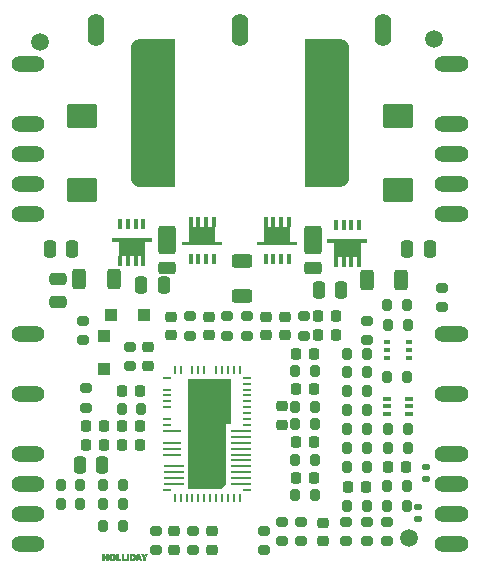
<source format=gts>
%TF.GenerationSoftware,KiCad,Pcbnew,7.0.2-0*%
%TF.CreationDate,2024-04-25T00:04:59-07:00*%
%TF.ProjectId,LT8490,4c543834-3930-42e6-9b69-6361645f7063,v1.0b*%
%TF.SameCoordinates,Original*%
%TF.FileFunction,Soldermask,Top*%
%TF.FilePolarity,Negative*%
%FSLAX46Y46*%
G04 Gerber Fmt 4.6, Leading zero omitted, Abs format (unit mm)*
G04 Created by KiCad (PCBNEW 7.0.2-0) date 2024-04-25 00:04:59*
%MOMM*%
%LPD*%
G01*
G04 APERTURE LIST*
G04 Aperture macros list*
%AMRoundRect*
0 Rectangle with rounded corners*
0 $1 Rounding radius*
0 $2 $3 $4 $5 $6 $7 $8 $9 X,Y pos of 4 corners*
0 Add a 4 corners polygon primitive as box body*
4,1,4,$2,$3,$4,$5,$6,$7,$8,$9,$2,$3,0*
0 Add four circle primitives for the rounded corners*
1,1,$1+$1,$2,$3*
1,1,$1+$1,$4,$5*
1,1,$1+$1,$6,$7*
1,1,$1+$1,$8,$9*
0 Add four rect primitives between the rounded corners*
20,1,$1+$1,$2,$3,$4,$5,0*
20,1,$1+$1,$4,$5,$6,$7,0*
20,1,$1+$1,$6,$7,$8,$9,0*
20,1,$1+$1,$8,$9,$2,$3,0*%
%AMFreePoly0*
4,1,19,-1.875000,6.250000,1.125000,6.250000,1.276663,6.234505,1.441964,6.179731,1.590177,6.088312,1.713312,5.965177,1.804731,5.816964,1.859505,5.651663,1.875000,5.500000,1.875000,-5.500000,1.859505,-5.651663,1.804731,-5.816964,1.713312,-5.965177,1.590177,-6.088312,1.441964,-6.179731,1.276663,-6.234505,1.125000,-6.250000,-1.875000,-6.250000,-1.875000,6.250000,-1.875000,6.250000,
$1*%
%AMFreePoly1*
4,1,19,-1.875000,5.500000,-1.859505,5.651663,-1.804731,5.816964,-1.713312,5.965177,-1.590177,6.088312,-1.441964,6.179731,-1.276663,6.234505,-1.125000,6.250000,1.875000,6.250000,1.875000,-6.250000,-1.125000,-6.250000,-1.276663,-6.234505,-1.441964,-6.179731,-1.590177,-6.088312,-1.713312,-5.965177,-1.804731,-5.816964,-1.859505,-5.651663,-1.875000,-5.500000,-1.875000,5.500000,-1.875000,5.500000,
$1*%
%AMFreePoly2*
4,1,8,1.575000,-4.690000,-2.025000,-4.690000,-2.025000,-0.860000,-1.575000,-0.860000,-1.575000,4.340000,-1.225000,4.690000,1.575000,4.690000,1.575000,-4.690000,1.575000,-4.690000,$1*%
G04 Aperture macros list end*
%ADD10C,0.010000*%
%ADD11C,1.400000*%
%ADD12R,1.400000X1.400000*%
%ADD13RoundRect,0.200000X-0.200000X-0.275000X0.200000X-0.275000X0.200000X0.275000X-0.200000X0.275000X0*%
%ADD14RoundRect,0.200000X-0.275000X0.200000X-0.275000X-0.200000X0.275000X-0.200000X0.275000X0.200000X0*%
%ADD15RoundRect,0.135000X0.185000X-0.135000X0.185000X0.135000X-0.185000X0.135000X-0.185000X-0.135000X0*%
%ADD16RoundRect,0.250000X0.250000X0.475000X-0.250000X0.475000X-0.250000X-0.475000X0.250000X-0.475000X0*%
%ADD17RoundRect,0.225000X-0.250000X0.225000X-0.250000X-0.225000X0.250000X-0.225000X0.250000X0.225000X0*%
%ADD18RoundRect,0.225000X-0.225000X-0.250000X0.225000X-0.250000X0.225000X0.250000X-0.225000X0.250000X0*%
%ADD19RoundRect,0.250000X0.500000X-0.275000X0.500000X0.275000X-0.500000X0.275000X-0.500000X-0.275000X0*%
%ADD20RoundRect,0.250000X0.500000X-0.950000X0.500000X0.950000X-0.500000X0.950000X-0.500000X-0.950000X0*%
%ADD21RoundRect,0.200000X0.275000X-0.200000X0.275000X0.200000X-0.275000X0.200000X-0.275000X-0.200000X0*%
%ADD22C,1.500000*%
%ADD23R,0.650000X0.400000*%
%ADD24RoundRect,0.250000X-0.250000X-0.475000X0.250000X-0.475000X0.250000X0.475000X-0.250000X0.475000X0*%
%ADD25R,0.355600X0.863600*%
%ADD26RoundRect,0.200000X0.200000X0.275000X-0.200000X0.275000X-0.200000X-0.275000X0.200000X-0.275000X0*%
%ADD27RoundRect,0.225000X0.250000X-0.225000X0.250000X0.225000X-0.250000X0.225000X-0.250000X-0.225000X0*%
%ADD28RoundRect,0.225000X0.225000X0.250000X-0.225000X0.250000X-0.225000X-0.250000X0.225000X-0.250000X0*%
%ADD29R,0.600000X0.400000*%
%ADD30FreePoly0,0.000000*%
%ADD31FreePoly1,0.000000*%
%ADD32RoundRect,0.250000X-0.312500X-0.625000X0.312500X-0.625000X0.312500X0.625000X-0.312500X0.625000X0*%
%ADD33FreePoly2,180.000000*%
%ADD34R,0.250000X0.700000*%
%ADD35R,0.700000X0.250000*%
%ADD36R,1.800000X0.250000*%
%ADD37R,1.500000X0.250000*%
%ADD38RoundRect,0.250000X-0.625000X0.312500X-0.625000X-0.312500X0.625000X-0.312500X0.625000X0.312500X0*%
%ADD39RoundRect,0.250000X0.300000X-0.300000X0.300000X0.300000X-0.300000X0.300000X-0.300000X-0.300000X0*%
%ADD40RoundRect,0.250000X0.300000X0.300000X-0.300000X0.300000X-0.300000X-0.300000X0.300000X-0.300000X0*%
%ADD41RoundRect,0.250000X1.025000X-0.787500X1.025000X0.787500X-1.025000X0.787500X-1.025000X-0.787500X0*%
%ADD42RoundRect,0.250000X-0.475000X0.250000X-0.475000X-0.250000X0.475000X-0.250000X0.475000X0.250000X0*%
G04 APERTURE END LIST*
%TO.C,Q2*%
G36*
X145817590Y-94355792D02*
G01*
X146401790Y-94355792D01*
X146401790Y-94685992D01*
X142998190Y-94685992D01*
X142998190Y-94355792D01*
X143582390Y-94355792D01*
X143582390Y-93158792D01*
X145817590Y-93158792D01*
X145817590Y-94355792D01*
G37*
%TO.C,Ref\u002A\u002A*%
D10*
X137141259Y-120813757D02*
X137194265Y-120832426D01*
X137241054Y-120867747D01*
X137253367Y-120880191D01*
X137284371Y-120919896D01*
X137303353Y-120964038D01*
X137312591Y-121019926D01*
X137314500Y-121076332D01*
X137307052Y-121159005D01*
X137283439Y-121225031D01*
X137241756Y-121278784D01*
X137217181Y-121299689D01*
X137188497Y-121318886D01*
X137159272Y-121330299D01*
X137120797Y-121336322D01*
X137074189Y-121338997D01*
X137020112Y-121339715D01*
X136982198Y-121335871D01*
X136951384Y-121325875D01*
X136927186Y-121313213D01*
X136874440Y-121268831D01*
X136836660Y-121208887D01*
X136814534Y-121138823D01*
X136811768Y-121103066D01*
X136947671Y-121103066D01*
X136960028Y-121155966D01*
X136987241Y-121201140D01*
X136992690Y-121206926D01*
X137035195Y-121234445D01*
X137080984Y-121237209D01*
X137126993Y-121215059D01*
X137128331Y-121214019D01*
X137160628Y-121175479D01*
X137178182Y-121126454D01*
X137182133Y-121072327D01*
X137173624Y-121018478D01*
X137153795Y-120970291D01*
X137123787Y-120933148D01*
X137084742Y-120912432D01*
X137063852Y-120909899D01*
X137021158Y-120921192D01*
X136986912Y-120951504D01*
X136962394Y-120995486D01*
X136948886Y-121047790D01*
X136947671Y-121103066D01*
X136811768Y-121103066D01*
X136808751Y-121064084D01*
X136819999Y-120990116D01*
X136848967Y-120922361D01*
X136873510Y-120888791D01*
X136920931Y-120845641D01*
X136974985Y-120820004D01*
X137042503Y-120809132D01*
X137073422Y-120808300D01*
X137141259Y-120813757D01*
G36*
X137141259Y-120813757D02*
G01*
X137194265Y-120832426D01*
X137241054Y-120867747D01*
X137253367Y-120880191D01*
X137284371Y-120919896D01*
X137303353Y-120964038D01*
X137312591Y-121019926D01*
X137314500Y-121076332D01*
X137307052Y-121159005D01*
X137283439Y-121225031D01*
X137241756Y-121278784D01*
X137217181Y-121299689D01*
X137188497Y-121318886D01*
X137159272Y-121330299D01*
X137120797Y-121336322D01*
X137074189Y-121338997D01*
X137020112Y-121339715D01*
X136982198Y-121335871D01*
X136951384Y-121325875D01*
X136927186Y-121313213D01*
X136874440Y-121268831D01*
X136836660Y-121208887D01*
X136814534Y-121138823D01*
X136811768Y-121103066D01*
X136947671Y-121103066D01*
X136960028Y-121155966D01*
X136987241Y-121201140D01*
X136992690Y-121206926D01*
X137035195Y-121234445D01*
X137080984Y-121237209D01*
X137126993Y-121215059D01*
X137128331Y-121214019D01*
X137160628Y-121175479D01*
X137178182Y-121126454D01*
X137182133Y-121072327D01*
X137173624Y-121018478D01*
X137153795Y-120970291D01*
X137123787Y-120933148D01*
X137084742Y-120912432D01*
X137063852Y-120909899D01*
X137021158Y-120921192D01*
X136986912Y-120951504D01*
X136962394Y-120995486D01*
X136948886Y-121047790D01*
X136947671Y-121103066D01*
X136811768Y-121103066D01*
X136808751Y-121064084D01*
X136819999Y-120990116D01*
X136848967Y-120922361D01*
X136873510Y-120888791D01*
X136920931Y-120845641D01*
X136974985Y-120820004D01*
X137042503Y-120809132D01*
X137073422Y-120808300D01*
X137141259Y-120813757D01*
G37*
X138731829Y-120808473D02*
X138832441Y-120815466D01*
X138912672Y-120837214D01*
X138973224Y-120874306D01*
X139014800Y-120927334D01*
X139038103Y-120996889D01*
X139044063Y-121070859D01*
X139035407Y-121151867D01*
X139009285Y-121217090D01*
X138963907Y-121270731D01*
X138955961Y-121277518D01*
X138911505Y-121306592D01*
X138857855Y-121326186D01*
X138790101Y-121337472D01*
X138703332Y-121341620D01*
X138686826Y-121341700D01*
X138571800Y-121341700D01*
X138571828Y-120909900D01*
X138711500Y-120909900D01*
X138711500Y-121240100D01*
X138752775Y-121240052D01*
X138792559Y-121233145D01*
X138832599Y-121216472D01*
X138834514Y-121215332D01*
X138869803Y-121188549D01*
X138891511Y-121155799D01*
X138905198Y-121108115D01*
X138907037Y-121098379D01*
X138906932Y-121035844D01*
X138885457Y-120981575D01*
X138846169Y-120939863D01*
X138792623Y-120914998D01*
X138750855Y-120909899D01*
X138711500Y-120909900D01*
X138571828Y-120909900D01*
X138571800Y-120909900D01*
X138571800Y-120808300D01*
X138646493Y-120808313D01*
X138688778Y-120808159D01*
X138731829Y-120808473D01*
G36*
X138731829Y-120808473D02*
G01*
X138832441Y-120815466D01*
X138912672Y-120837214D01*
X138973224Y-120874306D01*
X139014800Y-120927334D01*
X139038103Y-120996889D01*
X139044063Y-121070859D01*
X139035407Y-121151867D01*
X139009285Y-121217090D01*
X138963907Y-121270731D01*
X138955961Y-121277518D01*
X138911505Y-121306592D01*
X138857855Y-121326186D01*
X138790101Y-121337472D01*
X138703332Y-121341620D01*
X138686826Y-121341700D01*
X138571800Y-121341700D01*
X138571828Y-120909900D01*
X138711500Y-120909900D01*
X138711500Y-121240100D01*
X138752775Y-121240052D01*
X138792559Y-121233145D01*
X138832599Y-121216472D01*
X138834514Y-121215332D01*
X138869803Y-121188549D01*
X138891511Y-121155799D01*
X138905198Y-121108115D01*
X138907037Y-121098379D01*
X138906932Y-121035844D01*
X138885457Y-120981575D01*
X138846169Y-120939863D01*
X138792623Y-120914998D01*
X138750855Y-120909899D01*
X138711500Y-120909900D01*
X138571828Y-120909900D01*
X138571800Y-120909900D01*
X138571800Y-120808300D01*
X138646493Y-120808313D01*
X138688778Y-120808159D01*
X138731829Y-120808473D01*
G37*
X139473500Y-121105480D02*
X139549184Y-121341700D01*
X139411297Y-121341700D01*
X139367261Y-121202000D01*
X139234002Y-121202000D01*
X139193390Y-121341700D01*
X139062020Y-121341700D01*
X139130600Y-121105480D01*
X139130712Y-121105113D01*
X139252626Y-121105113D01*
X139349040Y-121104824D01*
X139299942Y-120941650D01*
X139252626Y-121105113D01*
X139130712Y-121105113D01*
X139221261Y-120808300D01*
X139387140Y-120808300D01*
X139473500Y-121105480D01*
G36*
X139473500Y-121105480D02*
G01*
X139549184Y-121341700D01*
X139411297Y-121341700D01*
X139367261Y-121202000D01*
X139234002Y-121202000D01*
X139193390Y-121341700D01*
X139062020Y-121341700D01*
X139130600Y-121105480D01*
X139130712Y-121105113D01*
X139252626Y-121105113D01*
X139349040Y-121104824D01*
X139299942Y-120941650D01*
X139252626Y-121105113D01*
X139130712Y-121105113D01*
X139221261Y-120808300D01*
X139387140Y-120808300D01*
X139473500Y-121105480D01*
G37*
X136387400Y-121011500D02*
X136565200Y-121011500D01*
X136565200Y-120808300D01*
X136692200Y-120808300D01*
X136692200Y-121341700D01*
X136565200Y-121341700D01*
X136565200Y-121125800D01*
X136387400Y-121125800D01*
X136387400Y-121341700D01*
X136260400Y-121341700D01*
X136260400Y-120808300D01*
X136387400Y-120808300D01*
X136387400Y-121011500D01*
G36*
X136387400Y-121011500D02*
G01*
X136565200Y-121011500D01*
X136565200Y-120808300D01*
X136692200Y-120808300D01*
X136692200Y-121341700D01*
X136565200Y-121341700D01*
X136565200Y-121125800D01*
X136387400Y-121125800D01*
X136387400Y-121341700D01*
X136260400Y-121341700D01*
X136260400Y-120808300D01*
X136387400Y-120808300D01*
X136387400Y-121011500D01*
G37*
X139854500Y-121105480D02*
X139854500Y-121341700D01*
X139727500Y-121341700D01*
X139727500Y-121105480D01*
X139557320Y-120808300D01*
X139708450Y-120808382D01*
X139790505Y-121001340D01*
X139881784Y-120808300D01*
X140027220Y-120808300D01*
X139854500Y-121105480D01*
G36*
X139854500Y-121105480D02*
G01*
X139854500Y-121341700D01*
X139727500Y-121341700D01*
X139727500Y-121105480D01*
X139557320Y-120808300D01*
X139708450Y-120808382D01*
X139790505Y-121001340D01*
X139881784Y-120808300D01*
X140027220Y-120808300D01*
X139854500Y-121105480D01*
G37*
X138013000Y-121227400D02*
X138216200Y-121227400D01*
X138216200Y-121341700D01*
X137886000Y-121341700D01*
X137886000Y-120808300D01*
X138013000Y-120808300D01*
X138013000Y-121227400D01*
G36*
X138013000Y-121227400D02*
G01*
X138216200Y-121227400D01*
X138216200Y-121341700D01*
X137886000Y-121341700D01*
X137886000Y-120808300D01*
X138013000Y-120808300D01*
X138013000Y-121227400D01*
G37*
X137568500Y-121227400D02*
X137771700Y-121227400D01*
X137771700Y-121341700D01*
X137428800Y-121341700D01*
X137428800Y-120808300D01*
X137568500Y-120808300D01*
X137568500Y-121227400D01*
G36*
X137568500Y-121227400D02*
G01*
X137771700Y-121227400D01*
X137771700Y-121341700D01*
X137428800Y-121341700D01*
X137428800Y-120808300D01*
X137568500Y-120808300D01*
X137568500Y-121227400D01*
G37*
X138457500Y-121341700D02*
X138330500Y-121341700D01*
X138330500Y-120808300D01*
X138457500Y-120808300D01*
X138457500Y-121341700D01*
G36*
X138457500Y-121341700D02*
G01*
X138330500Y-121341700D01*
X138330500Y-120808300D01*
X138457500Y-120808300D01*
X138457500Y-121341700D01*
G37*
%TO.C,Q1*%
G36*
X140451789Y-94394199D02*
G01*
X139867589Y-94394199D01*
X139867589Y-95591199D01*
X137632389Y-95591199D01*
X137632389Y-94394199D01*
X137048189Y-94394199D01*
X137048189Y-94063999D01*
X140451789Y-94063999D01*
X140451789Y-94394199D01*
G37*
%TO.C,Q3*%
G36*
X152169597Y-94355792D02*
G01*
X152753797Y-94355792D01*
X152753797Y-94685992D01*
X149350197Y-94685992D01*
X149350197Y-94355792D01*
X149934397Y-94355792D01*
X149934397Y-93158792D01*
X152169597Y-93158792D01*
X152169597Y-94355792D01*
G37*
%TO.C,Q4*%
G36*
X158695796Y-94484191D02*
G01*
X158111596Y-94484191D01*
X158111596Y-95681191D01*
X155876396Y-95681191D01*
X155876396Y-94484191D01*
X155292196Y-94484191D01*
X155292196Y-94153991D01*
X158695796Y-94153991D01*
X158695796Y-94484191D01*
G37*
%TD*%
D11*
%TO.C,J2*%
X130650000Y-86910000D03*
D12*
X129950000Y-86910000D03*
D11*
X129250000Y-86910000D03*
%TD*%
D13*
%TO.C,R53*%
X158625000Y-108641424D03*
X156975000Y-108641424D03*
%TD*%
D14*
%TO.C,R31*%
X149900000Y-120491424D03*
X149900000Y-118841424D03*
%TD*%
D15*
%TO.C,R6*%
X163650000Y-113440000D03*
X163650000Y-114460000D03*
%TD*%
D16*
%TO.C,C18*%
X131800000Y-95000000D03*
X133700000Y-95000000D03*
%TD*%
%TO.C,C36*%
X154550000Y-98500000D03*
X156450000Y-98500000D03*
%TD*%
D17*
%TO.C,C38*%
X142350000Y-120441424D03*
X142350000Y-118891424D03*
%TD*%
D18*
%TO.C,C27*%
X156050000Y-100700000D03*
X154500000Y-100700000D03*
%TD*%
D13*
%TO.C,R52*%
X158625000Y-107041424D03*
X156975000Y-107041424D03*
%TD*%
D18*
%TO.C,C26*%
X139475000Y-111600000D03*
X137925000Y-111600000D03*
%TD*%
D19*
%TO.C,D1*%
X141750009Y-96625000D03*
D20*
X141750009Y-94250000D03*
%TD*%
D21*
%TO.C,R29*%
X156837047Y-118100000D03*
X156837047Y-119750000D03*
%TD*%
D22*
%TO.C,REF\u002A\u002A*%
X162250000Y-119450000D03*
%TD*%
D11*
%TO.C,J12*%
X166499997Y-79290012D03*
D12*
X165799997Y-79290012D03*
D11*
X165099997Y-79290012D03*
%TD*%
D13*
%TO.C,R26*%
X154225000Y-105341424D03*
X152575000Y-105341424D03*
%TD*%
D11*
%TO.C,J10*%
X166500000Y-114850000D03*
D12*
X165800000Y-114850000D03*
D11*
X165100000Y-114850000D03*
%TD*%
D13*
%TO.C,R37*%
X154225000Y-109841424D03*
X152575000Y-109841424D03*
%TD*%
D14*
%TO.C,R7*%
X134600000Y-102725000D03*
X134600000Y-101075000D03*
%TD*%
D23*
%TO.C,Q6*%
X162225000Y-107650000D03*
X162225000Y-108300000D03*
X162225000Y-108950000D03*
X160325000Y-108950000D03*
X160325000Y-108300000D03*
X160325000Y-107650000D03*
%TD*%
D24*
%TO.C,C25*%
X141450000Y-98000000D03*
X139550000Y-98000000D03*
%TD*%
D25*
%TO.C,Q2*%
X143724991Y-92726990D03*
X144374989Y-92726990D03*
X145024991Y-92726990D03*
X145674989Y-92726990D03*
X145674989Y-95872988D03*
X145024991Y-95872988D03*
X144374989Y-95872988D03*
X143724991Y-95872988D03*
%TD*%
D11*
%TO.C,J3*%
X130650000Y-89450000D03*
D12*
X129950000Y-89450000D03*
D11*
X129250000Y-89450000D03*
%TD*%
D21*
%TO.C,R3*%
X160375000Y-118100000D03*
X160375000Y-119750000D03*
%TD*%
D26*
%TO.C,R54*%
X160450000Y-111841424D03*
X162100000Y-111841424D03*
%TD*%
D21*
%TO.C,R44*%
X158620000Y-101045000D03*
X158620000Y-102695000D03*
%TD*%
D11*
%TO.C,J1*%
X130650000Y-84370000D03*
D12*
X129950000Y-84370000D03*
D11*
X129250000Y-84370000D03*
%TD*%
D14*
%TO.C,R33*%
X153300000Y-102325000D03*
X153300000Y-100675000D03*
%TD*%
D11*
%TO.C,J7*%
X166500000Y-89450000D03*
D12*
X165800000Y-89450000D03*
D11*
X165100000Y-89450000D03*
%TD*%
D27*
%TO.C,C39*%
X145550000Y-118891424D03*
X145550000Y-120441424D03*
%TD*%
D26*
%TO.C,R57*%
X160375000Y-105800000D03*
X162025000Y-105800000D03*
%TD*%
D28*
%TO.C,C19*%
X157025000Y-115141424D03*
X158575000Y-115141424D03*
%TD*%
D14*
%TO.C,R42*%
X140800000Y-120491424D03*
X140800000Y-118841424D03*
%TD*%
D17*
%TO.C,C29*%
X140100000Y-104875000D03*
X140100000Y-103325000D03*
%TD*%
D13*
%TO.C,R22*%
X154225000Y-112841424D03*
X152575000Y-112841424D03*
%TD*%
D26*
%TO.C,R23*%
X156975000Y-111841424D03*
X158625000Y-111841424D03*
%TD*%
%TO.C,R50*%
X160375000Y-99700000D03*
X162025000Y-99700000D03*
%TD*%
D21*
%TO.C,R4*%
X158625000Y-118100000D03*
X158625000Y-119750000D03*
%TD*%
D28*
%TO.C,C35*%
X137925000Y-110000000D03*
X139475000Y-110000000D03*
%TD*%
D26*
%TO.C,R36*%
X152575000Y-108341424D03*
X154225000Y-108341424D03*
%TD*%
D22*
%TO.C,REF\u002A\u002A*%
X164300000Y-77200000D03*
%TD*%
D13*
%TO.C,R40*%
X158625000Y-110241424D03*
X156975000Y-110241424D03*
%TD*%
D28*
%TO.C,C21*%
X152625000Y-114341424D03*
X154175000Y-114341424D03*
%TD*%
%TO.C,C20*%
X134825000Y-111575000D03*
X136375000Y-111575000D03*
%TD*%
%TO.C,C1*%
X160425000Y-113441424D03*
X161975000Y-113441424D03*
%TD*%
D27*
%TO.C,C30*%
X150100000Y-100725000D03*
X150100000Y-102275000D03*
%TD*%
D29*
%TO.C,Q5*%
X160324989Y-104183575D03*
X160324989Y-103533575D03*
X160324989Y-102883575D03*
X162224989Y-102883575D03*
X162224989Y-103533575D03*
X162224989Y-104183575D03*
%TD*%
D30*
%TO.C,L3*%
X155249990Y-83500011D03*
D31*
X140499990Y-83500011D03*
%TD*%
D11*
%TO.C,J9*%
X130650000Y-117390000D03*
D12*
X129950000Y-117390000D03*
D11*
X129250000Y-117390000D03*
%TD*%
D28*
%TO.C,C32*%
X152625000Y-111341424D03*
X154175000Y-111341424D03*
%TD*%
D26*
%TO.C,R28*%
X156975000Y-116741424D03*
X158625000Y-116741424D03*
%TD*%
D19*
%TO.C,D2*%
X154050000Y-96625000D03*
D20*
X154050000Y-94250000D03*
%TD*%
D11*
%TO.C,J24*%
X130650000Y-114850000D03*
D12*
X129950000Y-114850000D03*
D11*
X129250000Y-114850000D03*
%TD*%
%TO.C,J14*%
X130650000Y-107230000D03*
D12*
X129950000Y-107230000D03*
D11*
X129250000Y-107230000D03*
%TD*%
D22*
%TO.C,REF\u002A\u002A*%
X131000000Y-77500000D03*
%TD*%
D11*
%TO.C,J19*%
X135750000Y-75750000D03*
D12*
X135750000Y-76450000D03*
D11*
X135750000Y-77150000D03*
%TD*%
%TO.C,J4*%
X130650000Y-91990000D03*
D12*
X129950000Y-91990000D03*
D11*
X129250000Y-91990000D03*
%TD*%
D17*
%TO.C,C24*%
X145300000Y-102275000D03*
X145300000Y-100725000D03*
%TD*%
D32*
%TO.C,R46*%
X161562500Y-97571064D03*
X158637500Y-97571064D03*
%TD*%
D33*
%TO.C,U4*%
X145124551Y-110641435D03*
D34*
X147874551Y-116041435D03*
X147374551Y-116041435D03*
X146874551Y-116041435D03*
X146374551Y-116041435D03*
X145874551Y-116041435D03*
X145374551Y-116041435D03*
X144874551Y-116041435D03*
X144374551Y-116041435D03*
X143874551Y-116041435D03*
X143374551Y-116041435D03*
X142874551Y-116041435D03*
X142374551Y-116041435D03*
D35*
X141724551Y-115391435D03*
D36*
X142274551Y-114891435D03*
X142274551Y-114391435D03*
X142274551Y-113891435D03*
X142274551Y-113391435D03*
D37*
X142124551Y-112391435D03*
X142124551Y-111891435D03*
X142124551Y-111391435D03*
X142124551Y-110391435D03*
D35*
X141724551Y-109891435D03*
X141724551Y-109391435D03*
X141724551Y-108391435D03*
X141724551Y-107891435D03*
X141724551Y-107391435D03*
X141724551Y-106891435D03*
X141724551Y-105891435D03*
D34*
X142374551Y-105241435D03*
X142874551Y-105241435D03*
X143874551Y-105241435D03*
X144374551Y-105241435D03*
X144874551Y-105241435D03*
X145874551Y-105241435D03*
X146374551Y-105241435D03*
X146874551Y-105241435D03*
X147374551Y-105241435D03*
X147874551Y-105241435D03*
D35*
X148524551Y-105891435D03*
X148524551Y-106391435D03*
X148524551Y-106891435D03*
X148524551Y-107391435D03*
X148524551Y-107891435D03*
X148524551Y-108391435D03*
X148524551Y-108891435D03*
X148524551Y-109391435D03*
X148524551Y-109891435D03*
D36*
X147974551Y-110391435D03*
X147974551Y-110891435D03*
X147974551Y-111391435D03*
X147974551Y-111891435D03*
X147974551Y-112391435D03*
X147974551Y-112891435D03*
X147974551Y-113391435D03*
X147974551Y-113891435D03*
X147974551Y-114391435D03*
X147974551Y-114891435D03*
D35*
X148524551Y-115391435D03*
%TD*%
D38*
%TO.C,R38*%
X148100000Y-98962500D03*
X148100000Y-96037500D03*
%TD*%
D39*
%TO.C,D12*%
X136360000Y-102330000D03*
X136360000Y-105130000D03*
%TD*%
D21*
%TO.C,R2*%
X165000000Y-98275000D03*
X165000000Y-99925000D03*
%TD*%
D11*
%TO.C,J11*%
X130650000Y-79290000D03*
D12*
X129950000Y-79290000D03*
D11*
X129250000Y-79290000D03*
%TD*%
D40*
%TO.C,D13*%
X136940000Y-100580000D03*
X139740000Y-100580000D03*
%TD*%
D11*
%TO.C,J8*%
X166500000Y-91990000D03*
D12*
X165800000Y-91990000D03*
D11*
X165100000Y-91990000D03*
%TD*%
D41*
%TO.C,C16*%
X134500000Y-83737500D03*
X134500000Y-89962500D03*
%TD*%
D11*
%TO.C,J16*%
X166500000Y-102150000D03*
D12*
X165800000Y-102150000D03*
D11*
X165100000Y-102150000D03*
%TD*%
D42*
%TO.C,C22*%
X132500000Y-99450000D03*
X132500000Y-97550000D03*
%TD*%
D17*
%TO.C,C40*%
X154937047Y-119700000D03*
X154937047Y-118150000D03*
%TD*%
D13*
%TO.C,R24*%
X158625000Y-113441424D03*
X156975000Y-113441424D03*
%TD*%
D26*
%TO.C,R47*%
X160375000Y-115041424D03*
X162025000Y-115041424D03*
%TD*%
%TO.C,R21*%
X132725000Y-115000000D03*
X134375000Y-115000000D03*
%TD*%
D11*
%TO.C,J13*%
X130650000Y-102150000D03*
D12*
X129950000Y-102150000D03*
D11*
X129250000Y-102150000D03*
%TD*%
D25*
%TO.C,Q1*%
X139724988Y-96023001D03*
X139074990Y-96023001D03*
X138424988Y-96023001D03*
X137774990Y-96023001D03*
X137774990Y-92877003D03*
X138424988Y-92877003D03*
X139074990Y-92877003D03*
X139724988Y-92877003D03*
%TD*%
D21*
%TO.C,R43*%
X151500000Y-118100000D03*
X151500000Y-119750000D03*
%TD*%
D18*
%TO.C,C31*%
X154175000Y-106841424D03*
X152625000Y-106841424D03*
%TD*%
D28*
%TO.C,C28*%
X154500000Y-102300000D03*
X156050000Y-102300000D03*
%TD*%
D14*
%TO.C,R1*%
X134825000Y-108445000D03*
X134825000Y-106795000D03*
%TD*%
%TO.C,R49*%
X153100000Y-119750000D03*
X153100000Y-118100000D03*
%TD*%
D32*
%TO.C,R27*%
X137212500Y-97500000D03*
X134287500Y-97500000D03*
%TD*%
D25*
%TO.C,Q3*%
X150076998Y-92726990D03*
X150726996Y-92726990D03*
X151376998Y-92726990D03*
X152026996Y-92726990D03*
X152026996Y-95872988D03*
X151376998Y-95872988D03*
X150726996Y-95872988D03*
X150076998Y-95872988D03*
%TD*%
D13*
%TO.C,R48*%
X139525000Y-108500000D03*
X137875000Y-108500000D03*
%TD*%
D14*
%TO.C,R41*%
X143950000Y-120491424D03*
X143950000Y-118841424D03*
%TD*%
D11*
%TO.C,J6*%
X166500000Y-86910000D03*
D12*
X165800000Y-86910000D03*
D11*
X165100000Y-86910000D03*
%TD*%
D26*
%TO.C,R58*%
X156975000Y-103841424D03*
X158625000Y-103841424D03*
%TD*%
D28*
%TO.C,C37*%
X134825000Y-110000000D03*
X136375000Y-110000000D03*
%TD*%
D15*
%TO.C,R5*%
X162950000Y-116840000D03*
X162950000Y-117860000D03*
%TD*%
D13*
%TO.C,R45*%
X162025000Y-116741424D03*
X160375000Y-116741424D03*
%TD*%
D21*
%TO.C,R32*%
X138600000Y-103275000D03*
X138600000Y-104925000D03*
%TD*%
D41*
%TO.C,C42*%
X161250000Y-83737500D03*
X161250000Y-89962500D03*
%TD*%
D11*
%TO.C,J20*%
X147875000Y-75750000D03*
D12*
X147875000Y-76450000D03*
D11*
X147875000Y-77150000D03*
%TD*%
D26*
%TO.C,R55*%
X160450000Y-101425000D03*
X162100000Y-101425000D03*
%TD*%
%TO.C,R17*%
X136308576Y-116600000D03*
X137958576Y-116600000D03*
%TD*%
D24*
%TO.C,C41*%
X163950000Y-95000000D03*
X162050000Y-95000000D03*
%TD*%
D18*
%TO.C,C23*%
X154175000Y-103900000D03*
X152625000Y-103900000D03*
%TD*%
D25*
%TO.C,Q4*%
X157968995Y-96112993D03*
X157318997Y-96112993D03*
X156668995Y-96112993D03*
X156018997Y-96112993D03*
X156018997Y-92966995D03*
X156668995Y-92966995D03*
X157318997Y-92966995D03*
X157968995Y-92966995D03*
%TD*%
D16*
%TO.C,C17*%
X134350000Y-113300000D03*
X136250000Y-113300000D03*
%TD*%
D11*
%TO.C,J5*%
X166499997Y-84370012D03*
D12*
X165799997Y-84370012D03*
D11*
X165099997Y-84370012D03*
%TD*%
D14*
%TO.C,R39*%
X143700000Y-102325000D03*
X143700000Y-100675000D03*
%TD*%
D26*
%TO.C,R18*%
X132708576Y-116600000D03*
X134358576Y-116600000D03*
%TD*%
D11*
%TO.C,J23*%
X166500000Y-117390000D03*
D12*
X165800000Y-117390000D03*
D11*
X165100000Y-117390000D03*
%TD*%
D27*
%TO.C,C33*%
X142050000Y-100725000D03*
X142050000Y-102275000D03*
%TD*%
D21*
%TO.C,R19*%
X146800000Y-100675000D03*
X146800000Y-102325000D03*
%TD*%
D14*
%TO.C,R34*%
X148500000Y-102325000D03*
X148500000Y-100675000D03*
%TD*%
D11*
%TO.C,J25*%
X130650000Y-119930000D03*
D12*
X129950000Y-119930000D03*
D11*
X129250000Y-119930000D03*
%TD*%
%TO.C,J15*%
X130650000Y-112310000D03*
D12*
X129950000Y-112310000D03*
D11*
X129250000Y-112310000D03*
%TD*%
%TO.C,J22*%
X166500000Y-119930000D03*
D12*
X165800000Y-119930000D03*
D11*
X165100000Y-119930000D03*
%TD*%
D26*
%TO.C,R20*%
X136325000Y-115000000D03*
X137975000Y-115000000D03*
%TD*%
%TO.C,R51*%
X156975000Y-105441424D03*
X158625000Y-105441424D03*
%TD*%
D13*
%TO.C,R30*%
X154225000Y-115841424D03*
X152575000Y-115841424D03*
%TD*%
%TO.C,R56*%
X162100000Y-110241424D03*
X160450000Y-110241424D03*
%TD*%
D26*
%TO.C,R25*%
X136308576Y-118430000D03*
X137958576Y-118430000D03*
%TD*%
D11*
%TO.C,J21*%
X160000000Y-75750000D03*
D12*
X160000000Y-76450000D03*
D11*
X160000000Y-77150000D03*
%TD*%
D27*
%TO.C,C15*%
X151700000Y-100725000D03*
X151700000Y-102275000D03*
%TD*%
D11*
%TO.C,J17*%
X166500000Y-107230000D03*
D12*
X165800000Y-107230000D03*
D11*
X165100000Y-107230000D03*
%TD*%
D28*
%TO.C,C34*%
X137925000Y-107000000D03*
X139475000Y-107000000D03*
%TD*%
D17*
%TO.C,C43*%
X151500000Y-109866424D03*
X151500000Y-108316424D03*
%TD*%
D11*
%TO.C,J18*%
X166500000Y-112310000D03*
D12*
X165800000Y-112310000D03*
D11*
X165100000Y-112310000D03*
%TD*%
M02*

</source>
